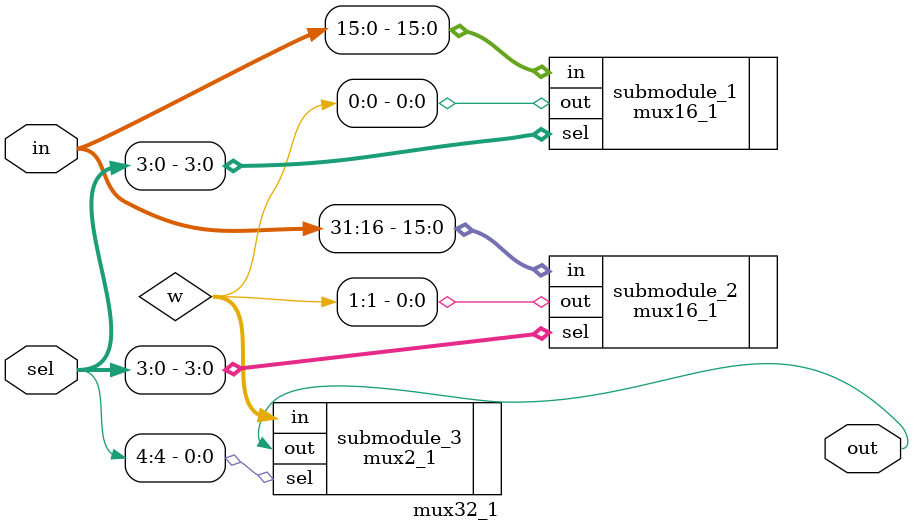
<source format=sv>
/*
Authors: Emraj Sidhu and Nesta

File Name: mux32_1.sv

Description: Creates the 32 x 1 mux using two 16 x 1 muxes and a 2 x 1 mux.
The two 16 x 1 muxes provide 32 total inputs and then the outputs from those
muxes are put into one 2 x 1 mux, giving the whole system one output
*/

module mux32_1 (in, sel, out);
	input logic [31:0] in;
	input logic [4:0] sel;
	output logic out;
	
	wire [1:0] w;
	mux16_1 submodule_1 (.in(in[15:0]), .sel(sel[3:0]), .out(w[0]));
	mux16_1 submodule_2 (.in(in[31:16]), .sel(sel[3:0]), .out(w[1]));
	mux2_1  submodule_3 (.in(w[1:0]), .sel(sel[4]), .out(out));  
endmodule 
</source>
